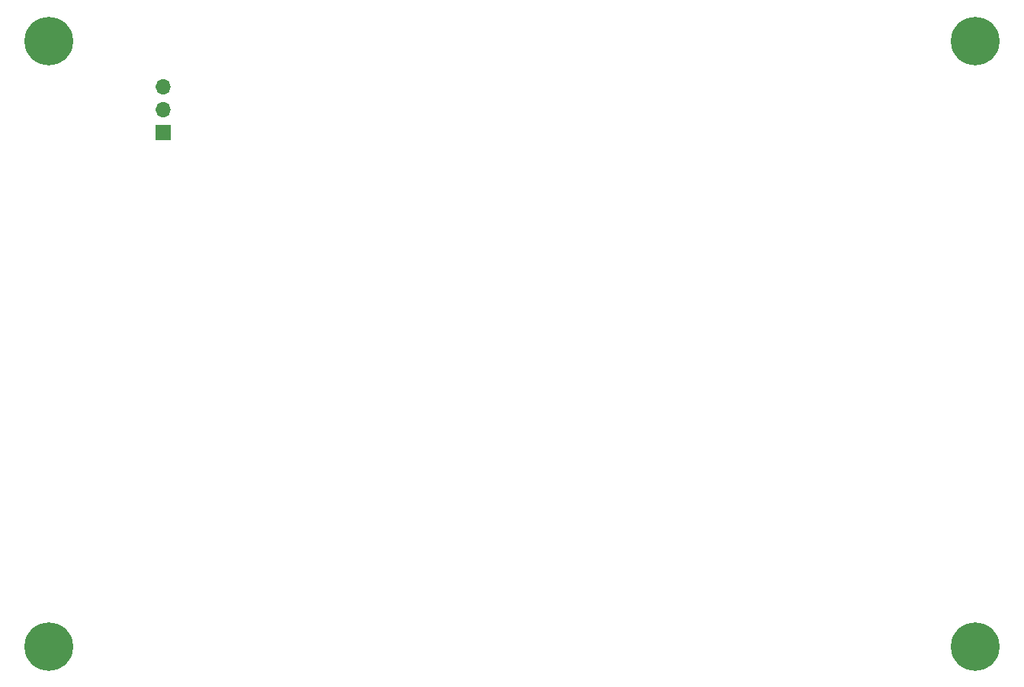
<source format=gbr>
G04 #@! TF.FileFunction,Copper,L2,Bot,Signal*
%FSLAX46Y46*%
G04 Gerber Fmt 4.6, Leading zero omitted, Abs format (unit mm)*
G04 Created by KiCad (PCBNEW 4.0.6) date 06/13/17 23:52:04*
%MOMM*%
%LPD*%
G01*
G04 APERTURE LIST*
%ADD10C,0.100000*%
%ADD11R,1.700000X1.700000*%
%ADD12O,1.700000X1.700000*%
%ADD13C,5.400000*%
%ADD14C,0.600000*%
G04 APERTURE END LIST*
D10*
D11*
X30480000Y-27940000D03*
D12*
X30480000Y-25400000D03*
X30480000Y-22860000D03*
D13*
X17780000Y-17780000D03*
D14*
X19805000Y-17780000D03*
X19211891Y-19211891D03*
X17780000Y-19805000D03*
X16348109Y-19211891D03*
X15755000Y-17780000D03*
X16348109Y-16348109D03*
X17780000Y-15755000D03*
X19211891Y-16348109D03*
D13*
X120650000Y-17780000D03*
D14*
X122675000Y-17780000D03*
X122081891Y-19211891D03*
X120650000Y-19805000D03*
X119218109Y-19211891D03*
X118625000Y-17780000D03*
X119218109Y-16348109D03*
X120650000Y-15755000D03*
X122081891Y-16348109D03*
D13*
X120650000Y-85090000D03*
D14*
X122675000Y-85090000D03*
X122081891Y-86521891D03*
X120650000Y-87115000D03*
X119218109Y-86521891D03*
X118625000Y-85090000D03*
X119218109Y-83658109D03*
X120650000Y-83065000D03*
X122081891Y-83658109D03*
D13*
X17780000Y-85090000D03*
D14*
X19805000Y-85090000D03*
X19211891Y-86521891D03*
X17780000Y-87115000D03*
X16348109Y-86521891D03*
X15755000Y-85090000D03*
X16348109Y-83658109D03*
X17780000Y-83065000D03*
X19211891Y-83658109D03*
M02*

</source>
